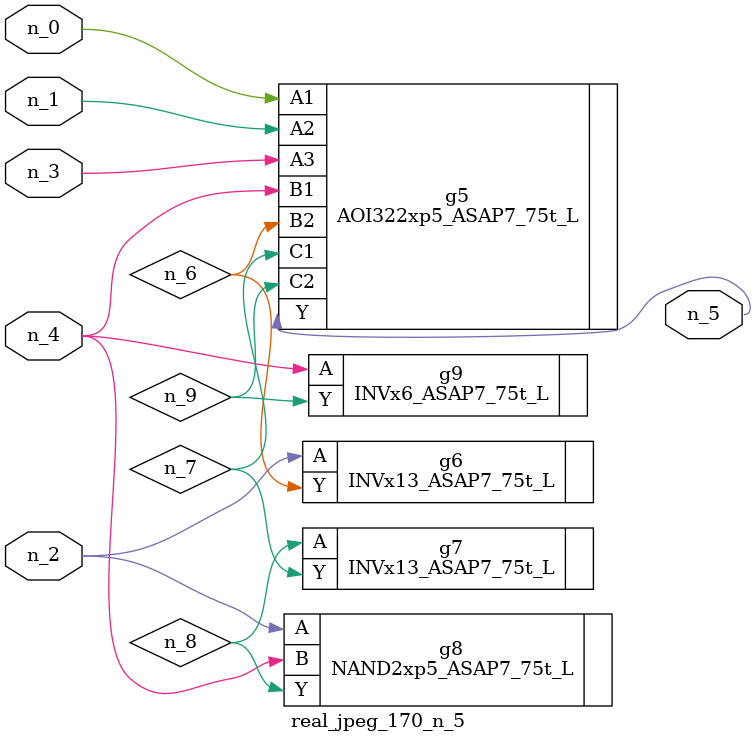
<source format=v>
module real_jpeg_170_n_5 (n_4, n_0, n_1, n_2, n_3, n_5);

input n_4;
input n_0;
input n_1;
input n_2;
input n_3;

output n_5;

wire n_8;
wire n_6;
wire n_7;
wire n_9;

AOI322xp5_ASAP7_75t_L g5 ( 
.A1(n_0),
.A2(n_1),
.A3(n_3),
.B1(n_4),
.B2(n_6),
.C1(n_7),
.C2(n_9),
.Y(n_5)
);

INVx13_ASAP7_75t_L g6 ( 
.A(n_2),
.Y(n_6)
);

NAND2xp5_ASAP7_75t_L g8 ( 
.A(n_2),
.B(n_4),
.Y(n_8)
);

INVx6_ASAP7_75t_L g9 ( 
.A(n_4),
.Y(n_9)
);

INVx13_ASAP7_75t_L g7 ( 
.A(n_8),
.Y(n_7)
);


endmodule
</source>
